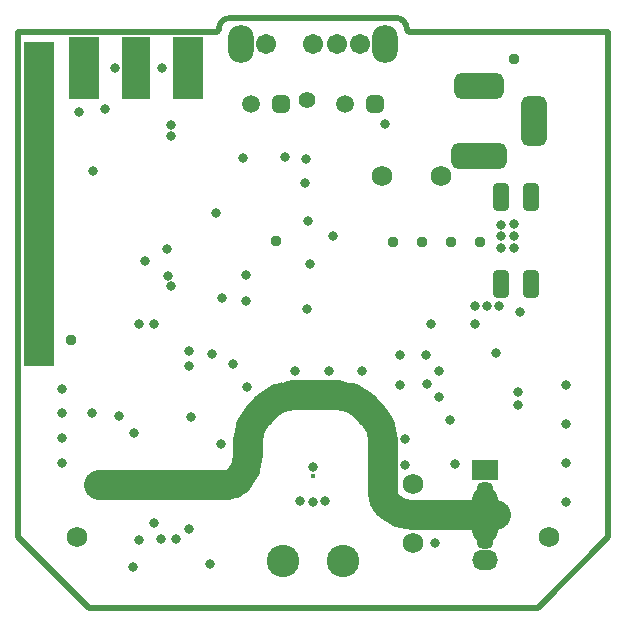
<source format=gbs>
G04*
G04 #@! TF.GenerationSoftware,Altium Limited,CircuitStudio,1.5.2 (1.5.2.30)*
G04*
G04 Layer_Color=8150272*
%FSLAX44Y44*%
%MOMM*%
G71*
G01*
G75*
%ADD35C,0.5000*%
%ADD36C,2.5000*%
%ADD60R,2.5000X27.5000*%
%ADD82R,2.6162X5.2832*%
%ADD84C,1.7272*%
%ADD85R,2.2032X1.7032*%
%ADD86C,2.2032*%
%ADD87O,2.2032X1.7032*%
%ADD88C,2.7432*%
%ADD89O,2.2032X3.2032*%
%ADD90C,1.7032*%
G04:AMPARAMS|DCode=91|XSize=2.2032mm|YSize=4.2032mm|CornerRadius=0.6016mm|HoleSize=0mm|Usage=FLASHONLY|Rotation=180.000|XOffset=0mm|YOffset=0mm|HoleType=Round|Shape=RoundedRectangle|*
%AMROUNDEDRECTD91*
21,1,2.2032,3.0000,0,0,180.0*
21,1,1.0000,4.2032,0,0,180.0*
1,1,1.2032,-0.5000,1.5000*
1,1,1.2032,0.5000,1.5000*
1,1,1.2032,0.5000,-1.5000*
1,1,1.2032,-0.5000,-1.5000*
%
%ADD91ROUNDEDRECTD91*%
G04:AMPARAMS|DCode=92|XSize=2.2032mm|YSize=4.7032mm|CornerRadius=0.6016mm|HoleSize=0mm|Usage=FLASHONLY|Rotation=270.000|XOffset=0mm|YOffset=0mm|HoleType=Round|Shape=RoundedRectangle|*
%AMROUNDEDRECTD92*
21,1,2.2032,3.5000,0,0,270.0*
21,1,1.0000,4.7032,0,0,270.0*
1,1,1.2032,-1.7500,-0.5000*
1,1,1.2032,-1.7500,0.5000*
1,1,1.2032,1.7500,0.5000*
1,1,1.2032,1.7500,-0.5000*
%
%ADD92ROUNDEDRECTD92*%
G04:AMPARAMS|DCode=93|XSize=2.2032mm|YSize=4.2032mm|CornerRadius=0.6016mm|HoleSize=0mm|Usage=FLASHONLY|Rotation=90.000|XOffset=0mm|YOffset=0mm|HoleType=Round|Shape=RoundedRectangle|*
%AMROUNDEDRECTD93*
21,1,2.2032,3.0000,0,0,90.0*
21,1,1.0000,4.2032,0,0,90.0*
1,1,1.2032,1.5000,0.5000*
1,1,1.2032,1.5000,-0.5000*
1,1,1.2032,-1.5000,-0.5000*
1,1,1.2032,-1.5000,0.5000*
%
%ADD93ROUNDEDRECTD93*%
%ADD94C,1.5032*%
G04:AMPARAMS|DCode=95|XSize=1.5032mm|YSize=1.5032mm|CornerRadius=0.4266mm|HoleSize=0mm|Usage=FLASHONLY|Rotation=180.000|XOffset=0mm|YOffset=0mm|HoleType=Round|Shape=RoundedRectangle|*
%AMROUNDEDRECTD95*
21,1,1.5032,0.6500,0,0,180.0*
21,1,0.6500,1.5032,0,0,180.0*
1,1,0.8532,-0.3250,0.3250*
1,1,0.8532,0.3250,0.3250*
1,1,0.8532,0.3250,-0.3250*
1,1,0.8532,-0.3250,-0.3250*
%
%ADD95ROUNDEDRECTD95*%
%ADD96C,0.8032*%
%ADD97C,0.9532*%
%ADD98C,1.4532*%
%ADD99C,1.4032*%
%ADD100R,0.4572X0.4572*%
%ADD101R,2.4892X5.2832*%
G04:AMPARAMS|DCode=102|XSize=2.4032mm|YSize=1.4032mm|CornerRadius=0.4016mm|HoleSize=0mm|Usage=FLASHONLY|Rotation=270.000|XOffset=0mm|YOffset=0mm|HoleType=Round|Shape=RoundedRectangle|*
%AMROUNDEDRECTD102*
21,1,2.4032,0.6000,0,0,270.0*
21,1,1.6000,1.4032,0,0,270.0*
1,1,0.8032,-0.3000,-0.8000*
1,1,0.8032,-0.3000,0.8000*
1,1,0.8032,0.3000,0.8000*
1,1,0.8032,0.3000,-0.8000*
%
%ADD102ROUNDEDRECTD102*%
D35*
X512000Y840049D02*
G03*
X502000Y850049I-10000J0D01*
G01*
X512000Y840049D02*
G03*
X514500Y837549I2500J0D01*
G01*
X362549Y850049D02*
G03*
X352549Y840049I0J-10000D01*
G01*
X350049Y837549D02*
G03*
X352549Y840049I0J2500D01*
G01*
X182500Y410000D02*
X242400Y350100D01*
X622600D01*
X182500Y410000D02*
Y837500D01*
X622600Y350100D02*
X682500Y410000D01*
Y837549D01*
X182500Y837500D02*
X350049D01*
X514500Y837549D02*
X667500D01*
X682500D01*
X362549Y850049D02*
X502000D01*
D36*
X495420Y437730D02*
G03*
X517100Y428750I21680J21680D01*
G01*
X491700Y446711D02*
G03*
X495420Y437730I12700J0D01*
G01*
X491700Y492250D02*
G03*
X482720Y513930I-30661J0D01*
G01*
X475280Y521370D02*
G03*
X453600Y530350I-21680J-21680D01*
G01*
X415500D02*
G03*
X393820Y521370I0J-30661D01*
G01*
X386380Y513930D02*
G03*
X377400Y492250I21680J-21680D01*
G01*
X368420Y457870D02*
G03*
X377400Y479550I-21680J21680D01*
G01*
X359439Y454150D02*
G03*
X368420Y457870I0J12700D01*
G01*
X517100Y428750D02*
X587250D01*
X491700Y446711D02*
Y492250D01*
X475280Y521370D02*
X482720Y513930D01*
X415500Y530350D02*
X453600D01*
X386380Y513930D02*
X393820Y521370D01*
X377400Y479550D02*
Y492250D01*
X251000Y454150D02*
X359439D01*
D60*
X200000Y692500D02*
D03*
D82*
X326315Y807000D02*
D03*
X238685D02*
D03*
D84*
X517000Y455000D02*
D03*
Y405000D02*
D03*
X632500Y410000D02*
D03*
X232500D02*
D03*
X491000Y716250D02*
D03*
X541000D02*
D03*
D85*
X578250Y466850D02*
D03*
D86*
Y441450D02*
D03*
Y416050D02*
D03*
D87*
Y390650D02*
D03*
D88*
X407100Y390000D02*
D03*
X457900D02*
D03*
D89*
X493500Y827500D02*
D03*
X371500D02*
D03*
D90*
X472500D02*
D03*
X452500D02*
D03*
X432500D02*
D03*
X392500D02*
D03*
D91*
X619500Y762500D02*
D03*
D92*
X572500Y732500D02*
D03*
D93*
Y792500D02*
D03*
D94*
X459800Y777000D02*
D03*
X379800D02*
D03*
D95*
X485200D02*
D03*
X405200D02*
D03*
D96*
X426500Y730000D02*
D03*
X425500Y710000D02*
D03*
X219500Y515000D02*
D03*
X445500Y551000D02*
D03*
X510500Y493000D02*
D03*
Y471000D02*
D03*
X646500Y506000D02*
D03*
Y473000D02*
D03*
Y440000D02*
D03*
Y539000D02*
D03*
X473500Y551000D02*
D03*
X417500D02*
D03*
X376500Y537000D02*
D03*
X354500Y489000D02*
D03*
X219500Y536000D02*
D03*
Y494000D02*
D03*
Y473000D02*
D03*
X268500Y513000D02*
D03*
X280500Y498000D02*
D03*
X327250Y555250D02*
D03*
X350500Y685000D02*
D03*
X373500Y731000D02*
D03*
X408500Y732000D02*
D03*
X493678Y759822D02*
D03*
X327500Y417500D02*
D03*
X297500Y422500D02*
D03*
X285000Y407500D02*
D03*
X345000Y387500D02*
D03*
X432500Y440000D02*
D03*
Y470000D02*
D03*
X316350Y408850D02*
D03*
X303650Y408748D02*
D03*
X280000Y385000D02*
D03*
X329050Y511550D02*
D03*
X245000Y515000D02*
D03*
X427500Y603000D02*
D03*
X580000Y605750D02*
D03*
X590000D02*
D03*
X312500Y759502D02*
D03*
Y750000D02*
D03*
X284875Y590500D02*
D03*
X309382Y631000D02*
D03*
X309000Y654000D02*
D03*
X290000Y644000D02*
D03*
X365000Y557000D02*
D03*
X246049Y719790D02*
D03*
X327000Y568000D02*
D03*
X442500Y441000D02*
D03*
X421500D02*
D03*
X429500Y641500D02*
D03*
X428000Y678000D02*
D03*
X506250Y539249D02*
D03*
X298001Y590499D02*
D03*
X347250Y565000D02*
D03*
X539250Y529090D02*
D03*
X528500Y539500D02*
D03*
X605750Y532750D02*
D03*
Y522250D02*
D03*
X552750Y472000D02*
D03*
X536000Y405660D02*
D03*
X264500Y807500D02*
D03*
X304500D02*
D03*
X506000Y564500D02*
D03*
X528250Y564750D02*
D03*
X587250Y565749D02*
D03*
X569750Y590750D02*
D03*
X532250D02*
D03*
X607250Y600750D02*
D03*
X569750Y605750D02*
D03*
X234250Y769751D02*
D03*
X256500Y773000D02*
D03*
X376000Y610000D02*
D03*
Y632000D02*
D03*
X449500Y665000D02*
D03*
X539250Y550500D02*
D03*
X282500Y787750D02*
D03*
X548250Y509750D02*
D03*
X355000Y612500D02*
D03*
X312500Y622500D02*
D03*
X197500Y815000D02*
D03*
Y800000D02*
D03*
Y785000D02*
D03*
Y740000D02*
D03*
Y755000D02*
D03*
Y770000D02*
D03*
Y695000D02*
D03*
Y710000D02*
D03*
Y725000D02*
D03*
Y650000D02*
D03*
Y665000D02*
D03*
Y680000D02*
D03*
Y605000D02*
D03*
Y620000D02*
D03*
Y635000D02*
D03*
Y560000D02*
D03*
Y575000D02*
D03*
Y590000D02*
D03*
X602500Y675000D02*
D03*
Y665000D02*
D03*
Y655000D02*
D03*
X591750Y674250D02*
D03*
Y665000D02*
D03*
Y655000D02*
D03*
D97*
X602500Y815000D02*
D03*
X227500Y577500D02*
D03*
X401000Y661000D02*
D03*
X499867Y660000D02*
D03*
X524443D02*
D03*
X549020D02*
D03*
X573597D02*
D03*
D98*
X578250Y450336D02*
D03*
Y407164D02*
D03*
D99*
X427500Y780000D02*
D03*
D100*
X432500Y468000D02*
D03*
Y462000D02*
D03*
D101*
X282500Y807000D02*
D03*
D102*
X591750Y624500D02*
D03*
Y698500D02*
D03*
X616750Y624500D02*
D03*
Y698500D02*
D03*
M02*

</source>
